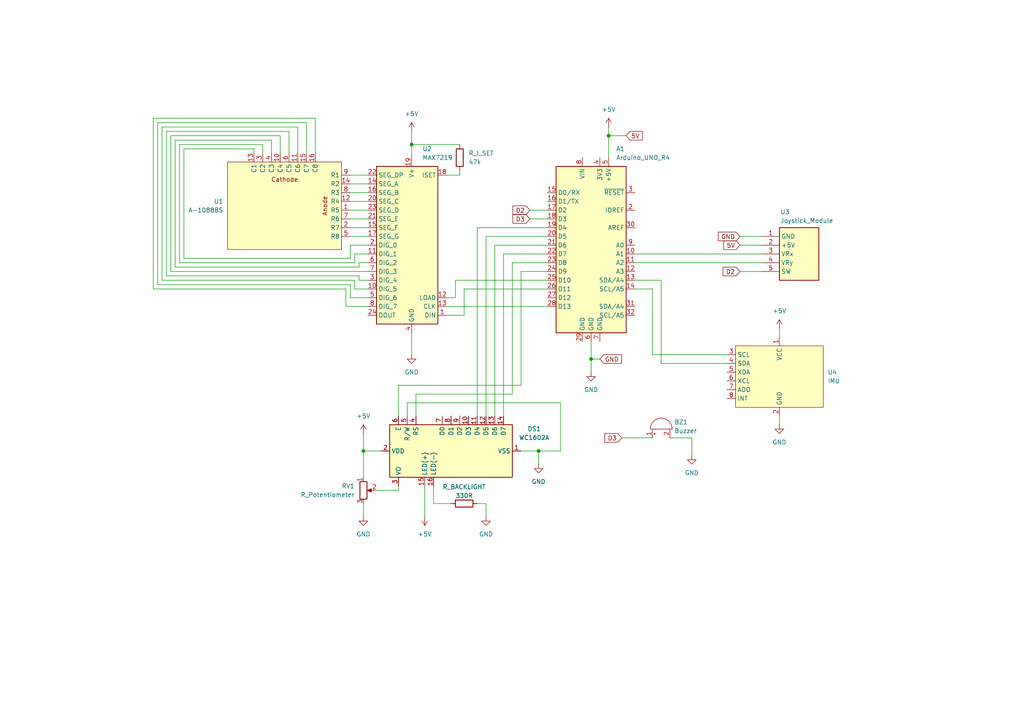
<source format=kicad_sch>
(kicad_sch (version 20250114) (generator "eeschema") (generator_version "9.0")
  (paper "A4")
  (lib_symbols
    (symbol "Device:Buzzer" (pin_names (offset 0.0254) (hide yes))
      (property "Reference" "BZ" (at 3.81 1.27 0))
      (property "Value" "Buzzer" (at 3.81 -1.27 0))
      (symbol "Buzzer_0_1"
        (polyline (pts (xy -1.651 1.905) (xy -1.143 1.905)))
        (polyline (pts (xy -1.397 2.159) (xy -1.397 1.651)))
        (arc (start 0 3.175) (mid 3.1612 0) (end 0 -3.175))
        (polyline (pts (xy 0 3.175) (xy 0 -3.175)))
      )
      (symbol "Buzzer_1_1"
        (pin passive line (at -2.54 2.54 0) (length 2.54) (name "+") (number "1"))
        (pin passive line (at -2.54 -2.54 0) (length 2.54) (name "-") (number "2"))
      )
    )
    (symbol "Device:R" (pin_numbers (hide yes)) (pin_names (offset 0))
      (property "Reference" "R" (at 2.032 0 90))
      (property "Value" "R" (at 0 0 90))
      (symbol "R_0_1"
        (rectangle (start -1.016 -2.54) (end 1.016 2.54) (stroke (width 0.254)))
      )
      (symbol "R_1_1"
        (pin passive line (at 0 3.81 270) (length 1.27) (name "~") (number "1"))
        (pin passive line (at 0 -3.81 90) (length 1.27) (name "~") (number "2"))
      )
    )
    (symbol "Device:R_Potentiometer" (pin_names (offset 1.016) (hide yes))
      (property "Reference" "RV" (at -4.445 0 90))
      (property "Value" "R_Potentiometer" (at -2.54 0 90))
      (symbol "R_Potentiometer_0_1"
        (rectangle (start 1.016 2.54) (end -1.016 -2.54) (stroke (width 0.254)))
        (polyline (pts (xy 1.143 0) (xy 2.286 0.508) (xy 2.286 -0.508) (xy 1.143 0)) (fill (type outline)))
        (polyline (pts (xy 2.54 0) (xy 1.524 0)))
      )
      (symbol "R_Potentiometer_1_1"
        (pin passive line (at 0 3.81 270) (length 1.27) (name "1") (number "1"))
        (pin passive line (at 0 -3.81 90) (length 1.27) (name "3") (number "3"))
        (pin passive line (at 3.81 0 180) (length 1.27) (name "2") (number "2"))
      )
    )
    (symbol "Display_Character:WC1602A"
      (property "Reference" "DS" (at -5.842 19.05 0))
      (property "Value" "WC1602A" (at 5.334 19.05 0))
      (symbol "WC1602A_1_1"
        (rectangle (start -7.62 17.78) (end 7.62 -17.78) (stroke (width 0.254)) (fill (type background)))
        (pin input line (at -10.16 15.24 0) (length 2.54) (name "E") (number "6"))
        (pin input line (at -10.16 12.7 0) (length 2.54) (name "R/W") (number "5"))
        (pin input line (at -10.16 10.16 0) (length 2.54) (name "RS") (number "4"))
        (pin input line (at -10.16 2.54 0) (length 2.54) (name "D0") (number "7"))
        (pin input line (at -10.16 0 0) (length 2.54) (name "D1") (number "8"))
        (pin input line (at -10.16 -2.54 0) (length 2.54) (name "D2") (number "9"))
        (pin input line (at -10.16 -5.08 0) (length 2.54) (name "D3") (number "10"))
        (pin input line (at -10.16 -7.62 0) (length 2.54) (name "D4") (number "11"))
        (pin input line (at -10.16 -10.16 0) (length 2.54) (name "D5") (number "12"))
        (pin input line (at -10.16 -12.7 0) (length 2.54) (name "D6") (number "13"))
        (pin input line (at -10.16 -15.24 0) (length 2.54) (name "D7") (number "14"))
        (pin power_in line (at 0 20.32 270) (length 2.54) (name "VDD") (number "2"))
        (pin power_in line (at 0 -20.32 90) (length 2.54) (name "VSS") (number "1"))
        (pin input line (at 10.16 15.24 180) (length 2.54) (name "VO") (number "3"))
        (pin power_in line (at 10.16 7.62 180) (length 2.54) (name "LED(+)") (number "15"))
        (pin power_in line (at 10.16 5.08 180) (length 2.54) (name "LED(-)") (number "16"))
      )
    )
    (symbol "Driver_LED:MAX7219"
      (property "Reference" "U2" (at -3.1181 27.94 0))
      (property "Value" "MAX7219" (at -3.1181 25.4 0))
      (symbol "MAX7219_0_1"
        (rectangle (start -7.62 22.86) (end 10.16 -22.86) (stroke (width 0.254)) (fill (type background)))
      )
      (symbol "MAX7219_1_1"
        (pin input line (at -10.16 20.32 0) (length 2.54) (name "ISET") (number "18"))
        (pin input line (at -10.16 -15.24 0) (length 2.54) (name "LOAD") (number "12"))
        (pin input line (at -10.16 -17.78 0) (length 2.54) (name "CLK") (number "13"))
        (pin input line (at -10.16 -20.32 0) (length 2.54) (name "DIN") (number "1"))
        (pin power_in line (at 0 25.4 270) (length 2.54) (name "V+") (number "19"))
        (pin power_in line (at 0 -25.4 90) (length 2.54) (name "GND") (number "4"))
        (pin passive line (at 0 -25.4 90) (length 2.54) (hide yes) (name "GND") (number "9"))
        (pin output line (at 12.7 20.32 180) (length 2.54) (name "SEG_DP") (number "22"))
        (pin output line (at 12.7 17.78 180) (length 2.54) (name "SEG_A") (number "14"))
        (pin output line (at 12.7 15.24 180) (length 2.54) (name "SEG_B") (number "16"))
        (pin output line (at 12.7 12.7 180) (length 2.54) (name "SEG_C") (number "20"))
        (pin output line (at 12.7 10.16 180) (length 2.54) (name "SEG_D") (number "23"))
        (pin output line (at 12.7 7.62 180) (length 2.54) (name "SEG_E") (number "21"))
        (pin output line (at 12.7 5.08 180) (length 2.54) (name "SEG_F") (number "15"))
        (pin output line (at 12.7 2.54 180) (length 2.54) (name "SEG_G") (number "17"))
        (pin output line (at 12.7 0 180) (length 2.54) (name "DIG_0") (number "2"))
        (pin output line (at 12.7 -2.54 180) (length 2.54) (name "DIG_1") (number "11"))
        (pin output line (at 12.7 -5.08 180) (length 2.54) (name "DIG_2") (number "6"))
        (pin output line (at 12.7 -7.62 180) (length 2.54) (name "DIG_3") (number "7"))
        (pin output line (at 12.7 -10.16 180) (length 2.54) (name "DIG_4") (number "3"))
        (pin output line (at 12.7 -12.7 180) (length 2.54) (name "DIG_5") (number "10"))
        (pin output line (at 12.7 -15.24 180) (length 2.54) (name "DIG_6") (number "5"))
        (pin output line (at 12.7 -17.78 180) (length 2.54) (name "DIG_7") (number "8"))
        (pin output line (at 12.7 -20.32 180) (length 2.54) (name "DOUT") (number "24"))
      )
    )
    (symbol "MCU_RoboticsLab:Arduino_UNO_R4"
      (property "Reference" "A" (at -10.16 23.495 0))
      (property "Value" "Arduino_UNO_R4" (at 5.08 -26.67 0))
      (symbol "Arduino_UNO_R4_0_1"
        (rectangle (start -10.16 22.86) (end 10.16 -25.4) (stroke (width 0.254)) (fill (type background)))
      )
      (symbol "Arduino_UNO_R4_1_1"
        (pin bidirectional line (at -12.7 15.24 0) (length 2.54) (name "D0/RX") (number "15"))
        (pin bidirectional line (at -12.7 12.7 0) (length 2.54) (name "D1/TX") (number "16"))
        (pin bidirectional line (at -12.7 10.16 0) (length 2.54) (name "D2") (number "17"))
        (pin bidirectional line (at -12.7 7.62 0) (length 2.54) (name "D3") (number "18"))
        (pin bidirectional line (at -12.7 5.08 0) (length 2.54) (name "D4") (number "19"))
        (pin bidirectional line (at -12.7 2.54 0) (length 2.54) (name "D5") (number "20"))
        (pin bidirectional line (at -12.7 0 0) (length 2.54) (name "D6") (number "21"))
        (pin bidirectional line (at -12.7 -2.54 0) (length 2.54) (name "D7") (number "22"))
        (pin bidirectional line (at -12.7 -5.08 0) (length 2.54) (name "D8") (number "23"))
        (pin bidirectional line (at -12.7 -7.62 0) (length 2.54) (name "D9") (number "24"))
        (pin bidirectional line (at -12.7 -10.16 0) (length 2.54) (name "D10") (number "25"))
        (pin bidirectional line (at -12.7 -12.7 0) (length 2.54) (name "D11") (number "26"))
        (pin bidirectional line (at -12.7 -15.24 0) (length 2.54) (name "D12") (number "27"))
        (pin bidirectional line (at -12.7 -17.78 0) (length 2.54) (name "D13") (number "28"))
        (pin no_connect line (at -10.16 -20.32 0) (length 2.54) (hide yes) (name "NC") (number "1"))
        (pin power_in line (at -2.54 25.4 270) (length 2.54) (name "VIN") (number "8"))
        (pin power_in line (at -2.54 -27.94 90) (length 2.54) (name "GND") (number "29"))
        (pin power_in line (at 0 -27.94 90) (length 2.54) (name "GND") (number "6"))
        (pin power_out line (at 2.54 25.4 270) (length 2.54) (name "3V3") (number "4"))
        (pin power_in line (at 2.54 -27.94 90) (length 2.54) (name "GND") (number "7"))
        (pin power_out line (at 5.08 25.4 270) (length 2.54) (name "+5V") (number "5"))
        (pin input line (at 12.7 15.24 180) (length 2.54) (name "~{RESET}") (number "3"))
        (pin output line (at 12.7 10.16 180) (length 2.54) (name "IOREF") (number "2"))
        (pin input line (at 12.7 5.08 180) (length 2.54) (name "AREF") (number "30"))
        (pin bidirectional line (at 12.7 0 180) (length 2.54) (name "A0") (number "9"))
        (pin bidirectional line (at 12.7 -2.54 180) (length 2.54) (name "A1") (number "10"))
        (pin bidirectional line (at 12.7 -5.08 180) (length 2.54) (name "A2") (number "11"))
        (pin bidirectional line (at 12.7 -7.62 180) (length 2.54) (name "A3") (number "12"))
        (pin bidirectional line (at 12.7 -10.16 180) (length 2.54) (name "SDA/A4") (number "13"))
        (pin bidirectional line (at 12.7 -12.7 180) (length 2.54) (name "SCL/A5") (number "14"))
        (pin bidirectional line (at 12.7 -17.78 180) (length 2.54) (name "SDA/A4") (number "31"))
        (pin bidirectional line (at 12.7 -20.32 180) (length 2.54) (name "SCL/A5") (number "32"))
      )
    )
    (symbol "Robotics_IO:A-1088BS"
      (property "Reference" "U1" (at 26.67 -5.0799 0))
      (property "Value" "A-1088BS" (at 26.67 -7.6199 0))
      (symbol "A-1088BS_1_1"
        (rectangle (start -7.62 6.35) (end 25.4 -19.05) (fill (type background)))
        (text "Anode\n" (at -2.794 -6.35 900) (effects (font (size 1.27 1.27))))
        (text "Cathode" (at 8.89 1.27 0) (effects (font (size 1.27 1.27))))
        (pin input line (at -10.16 2.54 0) (length 2.54) (name "R1") (number "9"))
        (pin input line (at -10.16 0 0) (length 2.54) (name "R2") (number "14"))
        (pin input line (at -10.16 -2.54 0) (length 2.54) (name "R3") (number "8"))
        (pin input line (at -10.16 -5.08 0) (length 2.54) (name "R4") (number "12"))
        (pin input line (at -10.16 -7.62 0) (length 2.54) (name "R5") (number "1"))
        (pin input line (at -10.16 -10.16 0) (length 2.54) (name "R6") (number "7"))
        (pin input line (at -10.16 -12.7 0) (length 2.54) (name "R7") (number "2"))
        (pin input line (at -10.16 -15.24 0) (length 2.54) (name "R8") (number "5"))
        (pin output line (at 0 8.89 270) (length 2.54) (name "C8") (number "16"))
        (pin output line (at 2.54 8.89 270) (length 2.54) (name "C7") (number "15"))
        (pin output line (at 5.08 8.89 270) (length 2.54) (name "C6") (number "11"))
        (pin output line (at 7.62 8.89 270) (length 2.54) (name "C5") (number "6"))
        (pin output line (at 10.16 8.89 270) (length 2.54) (name "C4") (number "10"))
        (pin output line (at 12.7 8.89 270) (length 2.54) (name "C3") (number "4"))
        (pin output line (at 15.24 8.89 270) (length 2.54) (name "C2") (number "3"))
        (pin output line (at 17.78 8.89 270) (length 2.54) (name "C1") (number "13"))
      )
    )
    (symbol "Robotics_sensors:IMU"
      (property "Reference" "U" (at 1.778 0.762 0))
      (property "Value" "IMU" (at 2.794 -1.27 0))
      (symbol "IMU_1_1"
        (rectangle (start 0 -3.81) (end 25.4 -21.59) (fill (type background)))
        (pin input line (at -2.54 -6.35 0) (length 2.54) (name "SCL") (number "3"))
        (pin bidirectional line (at -2.54 -8.89 0) (length 2.54) (name "SDA") (number "4"))
        (pin bidirectional line (at -2.54 -11.43 0) (length 2.54) (name "XDA") (number "5"))
        (pin input line (at -2.54 -13.97 0) (length 2.54) (name "XCL") (number "6"))
        (pin input line (at -2.54 -16.51 0) (length 2.54) (name "ADO") (number "7"))
        (pin input line (at -2.54 -19.05 0) (length 2.54) (name "INT") (number "8"))
        (pin power_in line (at 12.7 -1.27 270) (length 2.54) (name "VCC") (number "1"))
        (pin power_out line (at 12.7 -24.13 90) (length 2.54) (name "GND") (number "2"))
      )
    )
    (symbol "Robotics_sensors:Joystick_Module"
      (property "Reference" "U" (at -4.826 12.192 0))
      (property "Value" "Joystick_Module" (at -4.826 9.652 0))
      (symbol "Joystick_Module_1_1"
        (rectangle (start -5.08 7.62) (end 6.35 -7.62) (stroke (width 0.254)) (fill (type background)))
        (pin power_in line (at -10.16 5.08 0) (length 5.08) (name "GND") (number "1"))
        (pin power_in line (at -10.16 2.54 0) (length 5.08) (name "+5V") (number "2"))
        (pin output line (at -10.16 0 0) (length 5.08) (name "VRx") (number "3"))
        (pin output line (at -10.16 -2.54 0) (length 5.08) (name "VRy") (number "4"))
        (pin output line (at -10.16 -5.08 0) (length 5.08) (name "SW") (number "5"))
      )
    )
    (symbol "power:+5V" (power) (pin_numbers (hide yes)) (pin_names (offset 0) (hide yes))
      (property "Value" "+5V" (at 0 3.556 0))
      (symbol "+5V_0_1"
        (polyline (pts (xy -0.762 1.27) (xy 0 2.54)))
        (polyline (pts (xy 0 2.54) (xy 0.762 1.27)))
        (polyline (pts (xy 0 0) (xy 0 2.54)))
      )
      (symbol "+5V_1_1"
        (pin power_in line (at 0 0 90) (length 0) (name "~") (number "1"))
      )
    )
    (symbol "power:GND" (power) (pin_numbers (hide yes)) (pin_names (offset 0) (hide yes))
      (property "Value" "GND" (at 0 -3.81 0))
      (symbol "GND_0_1"
        (polyline (pts (xy 0 0) (xy 0 -1.27) (xy 1.27 -1.27) (xy 0 -2.54) (xy -1.27 -1.27) (xy 0 -1.27)))
      )
      (symbol "GND_1_1"
        (pin power_in line (at 0 0 270) (length 0) (name "~") (number "1"))
      )
    )
  )
  (junction (at 119.38 41.91))
  (junction (at 156.21 130.81))
  (junction (at 171.45 104.14))
  (junction (at 105.41 130.81))
  (junction (at 176.53 39.37))
  (wire (pts (xy 153.67 60.96) (xy 158.75 60.96)))
  (wire (pts (xy 53.34 43.18) (xy 73.66 43.18)))
  (wire (pts (xy 200.66 127) (xy 194.31 127)))
  (wire (pts (xy 48.26 80.01) (xy 104.14 80.01)))
  (wire (pts (xy 148.59 114.3) (xy 148.59 76.2)))
  (wire (pts (xy 78.74 44.45) (xy 78.74 40.64)))
  (wire (pts (xy 151.13 130.81) (xy 156.21 130.81)))
  (wire (pts (xy 158.75 81.28) (xy 132.08 81.28)))
  (wire (pts (xy 88.9 44.45) (xy 88.9 35.56)))
  (wire (pts (xy 101.6 74.93) (xy 53.34 74.93)))
  (wire (pts (xy 191.77 81.28) (xy 191.77 105.41)))
  (wire (pts (xy 214.63 68.58) (xy 220.98 68.58)))
  (wire (pts (xy 176.53 36.83) (xy 176.53 39.37)))
  (wire (pts (xy 49.53 78.74) (xy 106.68 78.74)))
  (wire (pts (xy 101.6 68.58) (xy 106.68 68.58)))
  (wire (pts (xy 50.8 40.64) (xy 50.8 77.47)))
  (wire (pts (xy 73.66 43.18) (xy 73.66 44.45)))
  (wire (pts (xy 86.36 36.83) (xy 46.99 36.83)))
  (wire (pts (xy 105.41 125.73) (xy 105.41 130.81)))
  (wire (pts (xy 45.72 35.56) (xy 45.72 82.55)))
  (wire (pts (xy 101.6 71.12) (xy 106.68 71.12)))
  (wire (pts (xy 100.33 83.82) (xy 100.33 88.9)))
  (wire (pts (xy 158.75 73.66) (xy 146.05 73.66)))
  (wire (pts (xy 86.36 44.45) (xy 86.36 36.83)))
  (wire (pts (xy 162.56 116.84) (xy 162.56 130.81)))
  (wire (pts (xy 125.73 140.97) (xy 125.73 146.05)))
  (wire (pts (xy 171.45 104.14) (xy 173.99 104.14)))
  (wire (pts (xy 104.14 77.47) (xy 104.14 76.2)))
  (wire (pts (xy 101.6 60.96) (xy 106.68 60.96)))
  (wire (pts (xy 200.66 127) (xy 200.66 132.08)))
  (wire (pts (xy 105.41 130.81) (xy 110.49 130.81)))
  (wire (pts (xy 104.14 80.01) (xy 104.14 81.28)))
  (wire (pts (xy 148.59 76.2) (xy 158.75 76.2)))
  (wire (pts (xy 81.28 44.45) (xy 81.28 39.37)))
  (wire (pts (xy 138.43 66.04) (xy 158.75 66.04)))
  (wire (pts (xy 123.19 140.97) (xy 123.19 149.86)))
  (wire (pts (xy 81.28 39.37) (xy 49.53 39.37)))
  (wire (pts (xy 133.35 49.53) (xy 133.35 50.8)))
  (wire (pts (xy 101.6 86.36) (xy 106.68 86.36)))
  (wire (pts (xy 214.63 71.12) (xy 220.98 71.12)))
  (wire (pts (xy 162.56 130.81) (xy 156.21 130.81)))
  (wire (pts (xy 49.53 39.37) (xy 49.53 78.74)))
  (wire (pts (xy 52.07 41.91) (xy 52.07 76.2)))
  (wire (pts (xy 88.9 35.56) (xy 45.72 35.56)))
  (wire (pts (xy 44.45 34.29) (xy 44.45 83.82)))
  (wire (pts (xy 118.11 116.84) (xy 162.56 116.84)))
  (wire (pts (xy 78.74 40.64) (xy 50.8 40.64)))
  (wire (pts (xy 119.38 96.52) (xy 119.38 102.87)))
  (wire (pts (xy 176.53 39.37) (xy 176.53 45.72)))
  (wire (pts (xy 45.72 82.55) (xy 101.6 82.55)))
  (wire (pts (xy 101.6 63.5) (xy 106.68 63.5)))
  (wire (pts (xy 83.82 38.1) (xy 48.26 38.1)))
  (wire (pts (xy 48.26 38.1) (xy 48.26 80.01)))
  (wire (pts (xy 226.06 120.65) (xy 226.06 123.19)))
  (wire (pts (xy 119.38 41.91) (xy 133.35 41.91)))
  (wire (pts (xy 83.82 44.45) (xy 83.82 38.1)))
  (wire (pts (xy 133.35 50.8) (xy 129.54 50.8)))
  (wire (pts (xy 146.05 73.66) (xy 146.05 120.65)))
  (wire (pts (xy 44.45 83.82) (xy 100.33 83.82)))
  (wire (pts (xy 101.6 50.8) (xy 106.68 50.8)))
  (wire (pts (xy 138.43 146.05) (xy 140.97 146.05)))
  (wire (pts (xy 102.87 81.28) (xy 102.87 83.82)))
  (wire (pts (xy 101.6 82.55) (xy 101.6 86.36)))
  (wire (pts (xy 151.13 111.76) (xy 151.13 78.74)))
  (wire (pts (xy 115.57 111.76) (xy 151.13 111.76)))
  (wire (pts (xy 184.15 81.28) (xy 191.77 81.28)))
  (wire (pts (xy 171.45 104.14) (xy 171.45 107.95)))
  (wire (pts (xy 76.2 44.45) (xy 76.2 41.91)))
  (wire (pts (xy 214.63 78.74) (xy 220.98 78.74)))
  (wire (pts (xy 101.6 58.42) (xy 106.68 58.42)))
  (wire (pts (xy 143.51 120.65) (xy 143.51 71.12)))
  (wire (pts (xy 184.15 73.66) (xy 220.98 73.66)))
  (wire (pts (xy 134.62 91.44) (xy 134.62 83.82)))
  (wire (pts (xy 53.34 74.93) (xy 53.34 43.18)))
  (wire (pts (xy 156.21 130.81) (xy 156.21 134.62)))
  (wire (pts (xy 176.53 39.37) (xy 181.61 39.37)))
  (wire (pts (xy 50.8 77.47) (xy 104.14 77.47)))
  (wire (pts (xy 100.33 88.9) (xy 106.68 88.9)))
  (wire (pts (xy 220.98 76.2) (xy 184.15 76.2)))
  (wire (pts (xy 140.97 146.05) (xy 140.97 149.86)))
  (wire (pts (xy 104.14 81.28) (xy 106.68 81.28)))
  (wire (pts (xy 125.73 146.05) (xy 130.81 146.05)))
  (wire (pts (xy 210.82 102.87) (xy 189.23 102.87)))
  (wire (pts (xy 118.11 120.65) (xy 118.11 116.84)))
  (wire (pts (xy 101.6 66.04) (xy 106.68 66.04)))
  (wire (pts (xy 129.54 91.44) (xy 134.62 91.44)))
  (wire (pts (xy 120.65 120.65) (xy 120.65 114.3)))
  (wire (pts (xy 102.87 83.82) (xy 106.68 83.82)))
  (wire (pts (xy 226.06 95.25) (xy 226.06 97.79)))
  (wire (pts (xy 101.6 55.88) (xy 106.68 55.88)))
  (wire (pts (xy 102.87 76.2) (xy 102.87 73.66)))
  (wire (pts (xy 132.08 86.36) (xy 129.54 86.36)))
  (wire (pts (xy 191.77 105.41) (xy 210.82 105.41)))
  (wire (pts (xy 105.41 146.05) (xy 105.41 149.86)))
  (wire (pts (xy 171.45 99.06) (xy 171.45 104.14)))
  (wire (pts (xy 91.44 44.45) (xy 91.44 34.29)))
  (wire (pts (xy 105.41 130.81) (xy 105.41 138.43)))
  (wire (pts (xy 109.22 142.24) (xy 115.57 142.24)))
  (wire (pts (xy 189.23 83.82) (xy 184.15 83.82)))
  (wire (pts (xy 119.38 41.91) (xy 119.38 45.72)))
  (wire (pts (xy 102.87 73.66) (xy 106.68 73.66)))
  (wire (pts (xy 52.07 76.2) (xy 102.87 76.2)))
  (wire (pts (xy 46.99 36.83) (xy 46.99 81.28)))
  (wire (pts (xy 119.38 38.1) (xy 119.38 41.91)))
  (wire (pts (xy 115.57 142.24) (xy 115.57 140.97)))
  (wire (pts (xy 101.6 53.34) (xy 106.68 53.34)))
  (wire (pts (xy 46.99 81.28) (xy 102.87 81.28)))
  (wire (pts (xy 101.6 71.12) (xy 101.6 74.93)))
  (wire (pts (xy 91.44 34.29) (xy 44.45 34.29)))
  (wire (pts (xy 138.43 120.65) (xy 138.43 66.04)))
  (wire (pts (xy 180.34 127) (xy 189.23 127)))
  (wire (pts (xy 120.65 114.3) (xy 148.59 114.3)))
  (wire (pts (xy 129.54 88.9) (xy 158.75 88.9)))
  (wire (pts (xy 76.2 41.91) (xy 52.07 41.91)))
  (wire (pts (xy 189.23 102.87) (xy 189.23 83.82)))
  (wire (pts (xy 134.62 83.82) (xy 158.75 83.82)))
  (wire (pts (xy 104.14 76.2) (xy 106.68 76.2)))
  (wire (pts (xy 143.51 71.12) (xy 158.75 71.12)))
  (wire (pts (xy 140.97 68.58) (xy 158.75 68.58)))
  (wire (pts (xy 153.67 63.5) (xy 158.75 63.5)))
  (wire (pts (xy 140.97 120.65) (xy 140.97 68.58)))
  (wire (pts (xy 115.57 120.65) (xy 115.57 111.76)))
  (wire (pts (xy 132.08 81.28) (xy 132.08 86.36)))
  (wire (pts (xy 151.13 78.74) (xy 158.75 78.74)))
  (global_label "D2" (shape input) (at 153.67 60.96 180) (property "Intersheetrefs" "${INTERSHEET_REFS}" (effects (hide yes))))
  (global_label "D2" (shape input) (at 214.63 78.74 180) (property "Intersheetrefs" "${INTERSHEET_REFS}" (effects (hide yes))))
  (global_label "5V" (shape input) (at 214.63 71.12 180) (property "Intersheetrefs" "${INTERSHEET_REFS}" (effects (hide yes))))
  (global_label "D3" (shape input) (at 180.34 127 180) (property "Intersheetrefs" "${INTERSHEET_REFS}" (effects (hide yes))))
  (global_label "GND" (shape input) (at 173.99 104.14 0) (property "Intersheetrefs" "${INTERSHEET_REFS}" (effects (hide yes))))
  (global_label "GND" (shape input) (at 214.63 68.58 180) (property "Intersheetrefs" "${INTERSHEET_REFS}" (effects (hide yes))))
  (global_label "D3" (shape input) (at 153.67 63.5 180) (property "Intersheetrefs" "${INTERSHEET_REFS}" (effects (hide yes))))
  (global_label "5V" (shape input) (at 181.61 39.37 0) (property "Intersheetrefs" "${INTERSHEET_REFS}" (effects (hide yes))))
  (symbol (lib_id "Device:R") (at 134.62 146.05 90) (unit 1)
    (property "Reference" "R_BACKLIGHT" (at 134.62 141.224 90))
    (property "Value" "330R" (at 134.62 143.764 90))
    (property "Description" "Resistor" (effects (hide yes)))
  )
  (symbol (lib_id "power:+5V") (at 119.38 38.1 0) (unit 1)
    (property "Reference" "#PWR02" (effects (hide yes)))
    (property "Value" "+5V" (at 119.38 33.02 0))
    (property "Description" "Power symbol creates a global label with name \"+5V\"" (effects (hide yes)))
  )
  (symbol (lib_id "Driver_LED:MAX7219") (at 119.38 71.12 0) (mirror y) (unit 1)
    (property "Reference" "U2" (at 122.4981 43.18 0) (effects (justify right)))
    (property "Value" "MAX7219" (at 122.4981 45.72 0) (effects (justify right)))
    (property "Datasheet" "https://datasheets.maximintegrated.com/en/ds/MAX7219-MAX7221.pdf" (effects (hide yes)))
    (property "Description" "8-Digit LED Display Driver" (effects (hide yes)))
  )
  (symbol (lib_id "power:+5V") (at 226.06 95.25 0) (unit 1)
    (property "Reference" "#PWR07" (effects (hide yes)))
    (property "Value" "+5V" (at 226.06 90.17 0))
    (property "Description" "Power symbol creates a global label with name \"+5V\"" (effects (hide yes)))
  )
  (symbol (lib_id "power:GND") (at 171.45 107.95 0) (unit 1)
    (property "Reference" "#PWR04" (effects (hide yes)))
    (property "Value" "GND" (at 171.45 113.03 0))
    (property "Description" "Power symbol creates a global label with name \"GND\" , ground" (effects (hide yes)))
  )
  (symbol (lib_id "power:GND") (at 140.97 149.86 0) (unit 1)
    (property "Reference" "#PWR09" (effects (hide yes)))
    (property "Value" "GND" (at 140.97 154.94 0))
    (property "Description" "Power symbol creates a global label with name \"GND\" , ground" (effects (hide yes)))
  )
  (symbol (lib_id "Display_Character:WC1602A") (at 130.81 130.81 90) (mirror x) (unit 1)
    (property "Reference" "DS1" (at 154.94 124.3898 90))
    (property "Value" "WC1602A" (at 154.94 126.9298 90))
    (property "Footprint" "Display:WC1602A" (effects (hide yes)))
    (property "Datasheet" "http://www.wincomlcd.com/pdf/WC1602A-SFYLYHTC06.pdf" (effects (hide yes)))
    (property "Description" "LCD 16x2 Alphanumeric , 8 bit parallel bus, 5V VDD" (effects (hide yes)))
  )
  (symbol (lib_id "power:+5V") (at 123.19 149.86 180) (unit 1)
    (property "Reference" "#PWR08" (effects (hide yes)))
    (property "Value" "+5V" (at 123.19 154.94 0))
    (property "Description" "Power symbol creates a global label with name \"+5V\"" (effects (hide yes)))
  )
  (symbol (lib_id "Robotics_sensors:IMU") (at 213.36 96.52 0) (unit 1)
    (property "Reference" "U4" (at 240.03 107.9499 0) (effects (justify left)))
    (property "Value" "IMU" (at 240.03 110.4899 0) (effects (justify left)))
    (property "Description" "Inertial Measurement Unit Sensor" (effects (hide yes)))
  )
  (symbol (lib_id "power:GND") (at 119.38 102.87 0) (unit 1)
    (property "Reference" "#PWR06" (effects (hide yes)))
    (property "Value" "GND" (at 119.38 107.95 0))
    (property "Description" "Power symbol creates a global label with name \"GND\" , ground" (effects (hide yes)))
  )
  (symbol (lib_id "power:GND") (at 156.21 134.62 0) (unit 1)
    (property "Reference" "#PWR05" (effects (hide yes)))
    (property "Value" "GND" (at 156.21 139.7 0))
    (property "Description" "Power symbol creates a global label with name \"GND\" , ground" (effects (hide yes)))
  )
  (symbol (lib_id "Device:R_Potentiometer") (at 105.41 142.24 0) (unit 1)
    (property "Reference" "RV1" (at 102.87 140.9699 0) (effects (justify right)))
    (property "Value" "R_Potentiometer" (at 102.87 143.5099 0) (effects (justify right)))
    (property "Description" "Potentiometer" (effects (hide yes)))
  )
  (symbol (lib_id "Robotics_sensors:Joystick_Module") (at 231.14 73.66 0) (unit 1)
    (property "Reference" "U3" (at 226.314 61.468 0) (effects (font (thickness 0.1588)) (justify left)))
    (property "Value" "Joystick_Module" (at 226.314 64.008 0) (effects (justify left)))
  )
  (symbol (lib_id "power:GND") (at 105.41 149.86 0) (unit 1)
    (property "Reference" "#PWR014" (effects (hide yes)))
    (property "Value" "GND" (at 105.41 154.94 0))
    (property "Description" "Power symbol creates a global label with name \"GND\" , ground" (effects (hide yes)))
  )
  (symbol (lib_id "MCU_RoboticsLab:Arduino_UNO_R4") (at 171.45 71.12 0) (unit 1)
    (property "Reference" "A1" (at 178.6733 43.18 0) (effects (justify left)))
    (property "Value" "Arduino_UNO_R4" (at 178.6733 45.72 0) (effects (justify left)))
    (property "Footprint" "Module:Arduino_UNO_R3" (effects (hide yes)))
    (property "Datasheet" "https://www.arduino.cc/en/Main/arduinoBoardUno" (effects (hide yes)))
    (property "Description" "Arduino UNO Microcontroller Module, release 3" (effects (hide yes)))
  )
  (symbol (lib_id "power:GND") (at 200.66 132.08 0) (unit 1)
    (property "Reference" "#PWR013" (effects (hide yes)))
    (property "Value" "GND" (at 200.66 137.16 0))
    (property "Description" "Power symbol creates a global label with name \"GND\" , ground" (effects (hide yes)))
  )
  (symbol (lib_id "power:+5V") (at 176.53 36.83 0) (unit 1)
    (property "Reference" "#PWR01" (effects (hide yes)))
    (property "Value" "+5V" (at 176.53 31.75 0))
    (property "Description" "Power symbol creates a global label with name \"+5V\"" (effects (hide yes)))
  )
  (symbol (lib_id "power:GND") (at 226.06 123.19 0) (unit 1)
    (property "Reference" "#PWR010" (effects (hide yes)))
    (property "Value" "GND" (at 226.06 128.27 0))
    (property "Description" "Power symbol creates a global label with name \"GND\" , ground" (effects (hide yes)))
  )
  (symbol (lib_id "power:+5V") (at 105.41 125.73 0) (unit 1)
    (property "Reference" "#PWR03" (effects (hide yes)))
    (property "Value" "+5V" (at 105.41 120.65 0))
    (property "Description" "Power symbol creates a global label with name \"+5V\"" (effects (hide yes)))
  )
  (symbol (lib_id "Device:Buzzer") (at 191.77 124.46 90) (unit 1)
    (property "Reference" "BZ1" (at 195.58 122.4348 90) (effects (justify right)))
    (property "Value" "Buzzer" (at 195.58 124.9748 90) (effects (justify right)))
    (property "Description" "Buzzer, polarized" (effects (hide yes)))
  )
  (symbol (lib_id "Device:R") (at 133.35 45.72 180) (unit 1)
    (property "Reference" "R_I_SET" (at 135.89 44.4499 0) (effects (justify right)))
    (property "Value" "47k" (at 135.89 46.9899 0) (effects (justify right)))
    (property "Description" "Resistor" (effects (hide yes)))
  )
  (symbol (lib_id "Robotics_IO:A-1088BS") (at 91.44 53.34 0) (mirror y) (unit 1)
    (property "Reference" "U1" (at 64.77 58.4199 0) (effects (justify left)))
    (property "Value" "A-1088BS" (at 64.77 60.9599 0) (effects (justify left)))
    (property "Description" "Row Anode, Column Cathode  8 x 8 LED Dot Matrix Display" (effects (hide yes)))
  )
)
</source>
